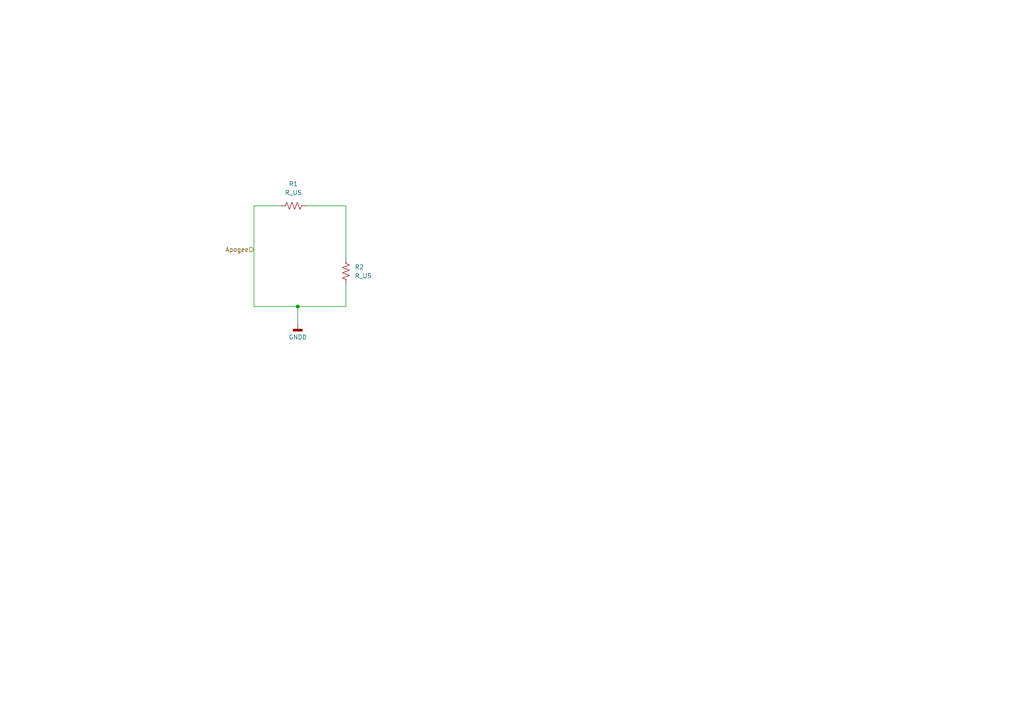
<source format=kicad_sch>
(kicad_sch (version 20231120) (generator "eeschema") (generator_version "8.0")
  (paper "A4")
  (lib_symbols
    (symbol "Device:R_US" (pin_numbers hide) (pin_names (offset 0))
      (property "Reference" "R" (at 2.54 0 90))
      (property "Value" "R_US" (at -2.54 0 90))
      (symbol "R_US_0_1"
        (polyline (pts (xy 0 -2.286) (xy 0 -2.54)))
        (polyline (pts (xy 0 2.286) (xy 0 2.54)))
        (polyline (pts (xy 0 -0.762) (xy 1.016 -1.143) (xy 0 -1.524) (xy -1.016 -1.905) (xy 0 -2.286)))
        (polyline (pts (xy 0 0.762) (xy 1.016 0.381) (xy 0 0) (xy -1.016 -0.381) (xy 0 -0.762)))
        (polyline (pts (xy 0 2.286) (xy 1.016 1.905) (xy 0 1.524) (xy -1.016 1.143) (xy 0 0.762)))
      )
      (symbol "R_US_1_1"
        (pin passive line (at 0 3.81 270) (length 1.27) (name "~") (number "1"))
        (pin passive line (at 0 -3.81 90) (length 1.27) (name "~") (number "2"))
      )
    )
    (symbol "power:GNDD" (power) (pin_numbers hide) (pin_names (offset 0) hide)
      (property "Value" "GNDD" (at 0 -3.175 0))
      (symbol "GNDD_0_1"
        (rectangle (start -1.27 -1.524) (end 1.27 -2.032) (stroke (width 0.254)) (fill (type outline)))
        (polyline (pts (xy 0 0) (xy 0 -1.524)))
      )
      (symbol "GNDD_1_1"
        (pin power_in line (at 0 0 270) (length 0) (name "~") (number "1"))
      )
    )
  )
  (junction (at 86.36 88.9))
  (wire (pts (xy 73.66 59.69) (xy 81.28 59.69)))
  (wire (pts (xy 100.33 59.69) (xy 100.33 74.93)))
  (wire (pts (xy 73.66 88.9) (xy 86.36 88.9)))
  (wire (pts (xy 100.33 88.9) (xy 100.33 82.55)))
  (wire (pts (xy 73.66 59.69) (xy 73.66 88.9)))
  (wire (pts (xy 86.36 88.9) (xy 86.36 93.98)))
  (wire (pts (xy 86.36 88.9) (xy 100.33 88.9)))
  (wire (pts (xy 88.9 59.69) (xy 100.33 59.69)))
  (hierarchical_label "Apogee" (shape input) (at 73.66 72.39 180))
  (symbol (lib_id "Device:R_US") (at 100.33 78.74 0) (unit 1)
    (property "Reference" "R2" (at 102.87 77.4699 0) (effects (justify left)))
    (property "Value" "R_US" (at 102.87 80.0099 0) (effects (justify left)))
    (property "Description" "Resistor, US symbol" (effects (hide yes)))
  )
  (symbol (lib_id "Device:R_US") (at 85.09 59.69 270) (unit 1)
    (property "Reference" "R1" (at 85.09 53.34 90))
    (property "Value" "R_US" (at 85.09 55.88 90))
    (property "Description" "Resistor, US symbol" (effects (hide yes)))
  )
  (symbol (lib_id "power:GNDD") (at 86.36 93.98 0) (unit 1)
    (property "Reference" "#PWR03" (effects (hide yes)))
    (property "Value" "GNDD" (at 86.36 97.79 0))
    (property "Description" "Power symbol creates a global label with name \"GNDD\" , digital ground" (effects (hide yes)))
  )
)
</source>
